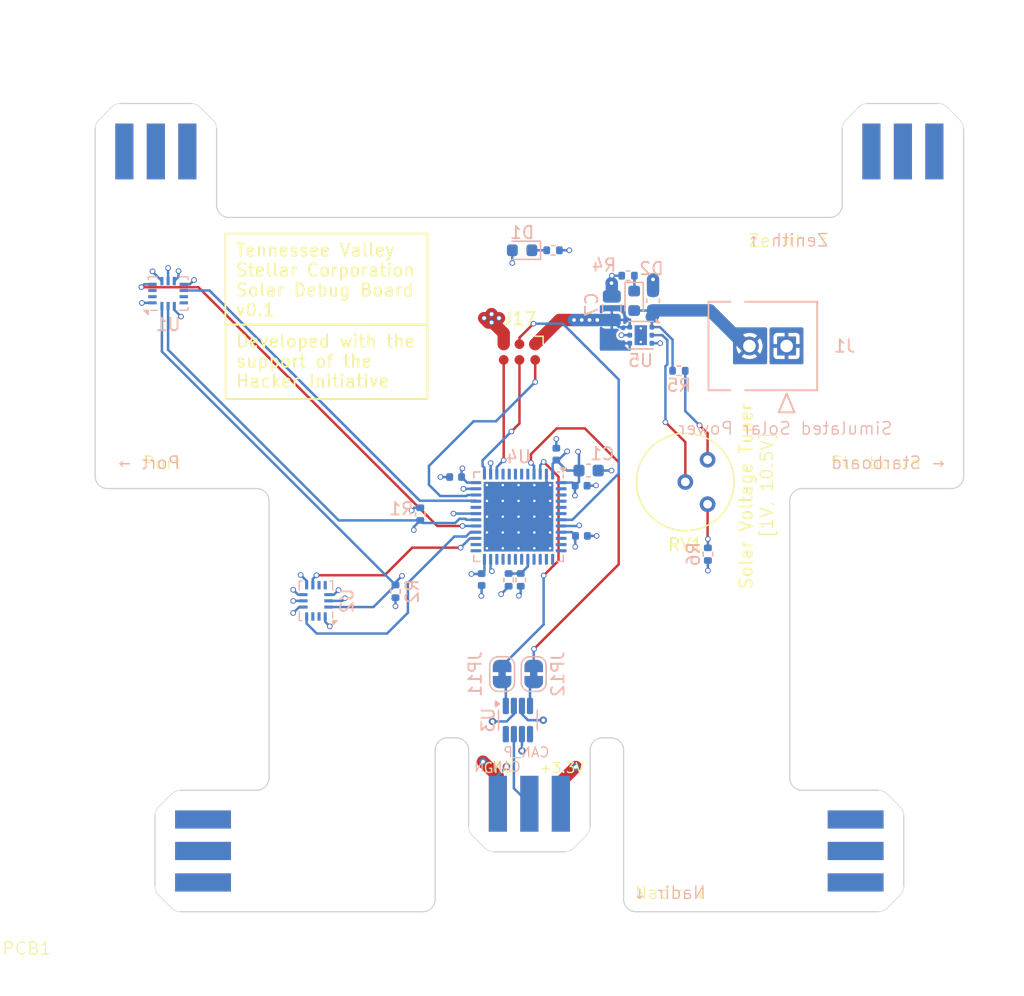
<source format=kicad_pcb>
(kicad_pcb (version 20221018) (generator pcbnew)
  (layers (0 "F.Cu" signal) (1 "In1.Cu" signal) (2 "In2.Cu" signal) (31 "B.Cu" signal) (34 "B.Paste" user) (35 "F.Paste" user) (36 "B.SilkS" user "B.Silkscreen") (37 "F.SilkS" user "F.Silkscreen") (38 "B.Mask" user) (39 "F.Mask" user) (44 "Edge.Cuts" user))
  (property "PCB_VERSION" "0.1")
  (net 0 "")
  (net 1 "GND")
  (net 2 "CAN_N")
  (net 3 "CAN_P")
  (net 4 "+3.3V")
  (net 11 "Net-(D1-K)")
  (net 12 "/MCU/DEBUG_LED_A")
  (net 13 "SWDIO")
  (net 14 "NRST")
  (net 15 "SWCLK")
  (net 16 "TRACESWO")
  (net 17 "Net-(JP11-A)")
  (net 18 "CAN1_TX")
  (net 19 "Net-(JP12-A)")
  (net 20 "CAN1_RX")
  (net 39 "I2C1_SCL")
  (net 40 "I2C1_SDA")
  (net 43 "IMU1_INT1")
  (net 44 "IMU1_INT2")
  (net 49 "IMU2_INT1")
  (net 50 "IMU2_INT2")
  (net 82 "VCC")
  (net 83 "Net-(D2-A)")
  (net 84 "Net-(D2-K)")
  (net 85 "Net-(R5-Pad2)")
  (net 86 "Net-(R6-Pad1)")
  (net 87 "Net-(U5-FB)")
  (net 88 "BOARD_ID")
  (footprint "Potentiometer_THT:Potentiometer_Bourns_3339H_Vertical" (layer "F.Cu") (at 158.165 88.893 180)
    (fp_text reference "RV1")
    (fp_text value "500k")
  )
  (footprint "Connector:Tag-Connect_TC2030-IDC-NL_2x03_P1.27mm_Vertical" (layer "F.Cu") (at 142.99 80.203 180)
    (fp_text reference "J17")
    (fp_text value "STLINK_TagConnect_6")
  )
  (footprint "footprints:Core_Board_PCB_Shape" (layer "F.Cu") (at 105.29 128.843)
    (fp_text reference "PCB1")
    (fp_text value "~")
    (fp_line (start 3.47 -66.655786) (end 3.47 -38.62) (stroke (width 0.1)) (layer "Edge.Cuts"))
    (fp_line (start 4.47 -37.62) (end 16.5 -37.62) (stroke (width 0.1)) (layer "Edge.Cuts"))
    (fp_line (start 4.807107 -68.407107) (end 3.762893 -67.362893) (stroke (width 0.05)) (layer "Edge.Cuts"))
    (fp_line (start 8.3 -11.225786) (end 8.3 -5.514214) (stroke (width 0.1)) (layer "Edge.Cuts"))
    (fp_line (start 8.592893 -4.807107) (end 9.637107 -3.762893) (stroke (width 0.05)) (layer "Edge.Cuts"))
    (fp_line (start 9.637107 -12.977107) (end 8.592893 -11.932893) (stroke (width 0.05)) (layer "Edge.Cuts"))
    (fp_line (start 10.344214 -3.47) (end 29.9 -3.47) (stroke (width 0.1)) (layer "Edge.Cuts"))
    (fp_line (start 11.225786 -68.7) (end 5.514214 -68.7) (stroke (width 0.1)) (layer "Edge.Cuts"))
    (fp_line (start 11.932893 -68.407107) (end 12.977107 -67.362893) (stroke (width 0.05)) (layer "Edge.Cuts"))
    (fp_line (start 13.27 -60.5) (end 13.27 -66.655786) (stroke (width 0.1)) (layer "Edge.Cuts"))
    (fp_line (start 16.5 -13.27) (end 10.344214 -13.27) (stroke (width 0.1)) (layer "Edge.Cuts"))
    (fp_line (start 17.5 -36.62) (end 17.5 -14.27) (stroke (width 0.1)) (layer "Edge.Cuts"))
    (fp_line (start 30.9 -4.47) (end 30.9 -16.5) (stroke (width 0.1)) (layer "Edge.Cuts"))
    (fp_line (start 31.9 -17.5) (end 32.6 -17.5) (stroke (width 0.1)) (layer "Edge.Cuts"))
    (fp_line (start 33.6 -16.5) (end 33.6 -10.344214) (stroke (width 0.1)) (layer "Edge.Cuts"))
    (fp_line (start 33.892893 -9.637107) (end 34.937107 -8.592893) (stroke (width 0.05)) (layer "Edge.Cuts"))
    (fp_line (start 35.644214 -8.3) (end 41.355786 -8.3) (stroke (width 0.1)) (layer "Edge.Cuts"))
    (fp_line (start 43.107107 -9.637107) (end 42.062893 -8.592893) (stroke (width 0.05)) (layer "Edge.Cuts"))
    (fp_line (start 43.4 -10.344214) (end 43.4 -16.5) (stroke (width 0.1)) (layer "Edge.Cuts"))
    (fp_line (start 44.4 -17.5) (end 45.1 -17.5) (stroke (width 0.1)) (layer "Edge.Cuts"))
    (fp_line (start 46.1 -16.5) (end 46.1 -4.47) (stroke (width 0.1)) (layer "Edge.Cuts"))
    (fp_line (start 47.1 -3.47) (end 66.655786 -3.47) (stroke (width 0.1)) (layer "Edge.Cuts"))
    (fp_line (start 59.5 -14.27) (end 59.5 -36.62) (stroke (width 0.1)) (layer "Edge.Cuts"))
    (fp_line (start 60.5 -37.62) (end 72.53 -37.62) (stroke (width 0.1)) (layer "Edge.Cuts"))
    (fp_line (start 62.73 -59.5) (end 14.27 -59.5) (stroke (width 0.1)) (layer "Edge.Cuts"))
    (fp_line (start 63.73 -66.655786) (end 63.73 -60.5) (stroke (width 0.1)) (layer "Edge.Cuts"))
    (fp_line (start 65.067107 -68.407107) (end 64.022893 -67.362893) (stroke (width 0.05)) (layer "Edge.Cuts"))
    (fp_line (start 66.655786 -13.27) (end 60.5 -13.27) (stroke (width 0.1)) (layer "Edge.Cuts"))
    (fp_line (start 67.362893 -12.977107) (end 68.407107 -11.932893) (stroke (width 0.05)) (layer "Edge.Cuts"))
    (fp_line (start 68.407107 -4.807107) (end 67.362893 -3.762893) (stroke (width 0.05)) (layer "Edge.Cuts"))
    (fp_line (start 68.7 -5.514214) (end 68.7 -11.225786) (stroke (width 0.1)) (layer "Edge.Cuts"))
    (fp_line (start 71.485786 -68.7) (end 65.774214 -68.7) (stroke (width 0.1)) (layer "Edge.Cuts"))
    (fp_line (start 72.192893 -68.407107) (end 73.237107 -67.362893) (stroke (width 0.05)) (layer "Edge.Cuts"))
    (fp_line (start 73.53 -38.62) (end 73.53 -66.655786) (stroke (width 0.1)) (layer "Edge.Cuts"))
    (fp_arc (start 3.47 -66.655786) (mid 3.546116 -67.038472) (end 3.762893 -67.362893) (stroke (width 0.05)) (layer "Edge.Cuts"))
    (fp_arc (start 4.47 -37.62) (mid 3.762893 -37.912893) (end 3.47 -38.62) (stroke (width 0.1)) (layer "Edge.Cuts"))
    (fp_arc (start 4.807107 -68.407107) (mid 5.131531 -68.623875) (end 5.514214 -68.7) (stroke (width 0.05)) (layer "Edge.Cuts"))
    (fp_arc (start 8.3 -11.225786) (mid 8.376116 -11.608472) (end 8.592893 -11.932893) (stroke (width 0.05)) (layer "Edge.Cuts"))
    (fp_arc (start 8.592893 -4.807107) (mid 8.376125 -5.131531) (end 8.3 -5.514214) (stroke (width 0.05)) (layer "Edge.Cuts"))
    (fp_arc (start 9.637107 -12.977107) (mid 9.961531 -13.193875) (end 10.344214 -13.27) (stroke (width 0.05)) (layer "Edge.Cuts"))
    (fp_arc (start 10.344214 -3.47) (mid 9.961528 -3.546116) (end 9.637107 -3.762893) (stroke (width 0.05)) (layer "Edge.Cuts"))
    (fp_arc (start 11.225786 -68.7) (mid 11.608472 -68.623884) (end 11.932893 -68.407107) (stroke (width 0.05)) (layer "Edge.Cuts"))
    (fp_arc (start 12.977107 -67.362893) (mid 13.193875 -67.038469) (end 13.27 -66.655786) (stroke (width 0.05)) (layer "Edge.Cuts"))
    (fp_arc (start 14.27 -59.5) (mid 13.562893 -59.792893) (end 13.27 -60.5) (stroke (width 0.1)) (layer "Edge.Cuts"))
    (fp_arc (start 16.5 -37.62) (mid 17.207107 -37.327107) (end 17.5 -36.62) (stroke (width 0.1)) (layer "Edge.Cuts"))
    (fp_arc (start 17.5 -14.27) (mid 17.207107 -13.562893) (end 16.5 -13.27) (stroke (width 0.1)) (layer "Edge.Cuts"))
    (fp_arc (start 30.9 -16.5) (mid 31.192893 -17.207107) (end 31.9 -17.5) (stroke (width 0.1)) (layer "Edge.Cuts"))
    (fp_arc (start 30.9 -4.47) (mid 30.607107 -3.762893) (end 29.9 -3.47) (stroke (width 0.1)) (layer "Edge.Cuts"))
    (fp_arc (start 32.6 -17.5) (mid 33.307107 -17.207107) (end 33.6 -16.5) (stroke (width 0.1)) (layer "Edge.Cuts"))
    (fp_arc (start 33.892893 -9.637107) (mid 33.676125 -9.961531) (end 33.6 -10.344214) (stroke (width 0.05)) (layer "Edge.Cuts"))
    (fp_arc (start 35.644214 -8.3) (mid 35.261528 -8.376116) (end 34.937107 -8.592893) (stroke (width 0.05)) (layer "Edge.Cuts"))
    (fp_arc (start 42.062893 -8.592893) (mid 41.738469 -8.376125) (end 41.355786 -8.3) (stroke (width 0.05)) (layer "Edge.Cuts"))
    (fp_arc (start 43.4 -16.5) (mid 43.692893 -17.207107) (end 44.4 -17.5) (stroke (width 0.1)) (layer "Edge.Cuts"))
    (fp_arc (start 43.4 -10.344214) (mid 43.323884 -9.961528) (end 43.107107 -9.637107) (stroke (width 0.05)) (layer "Edge.Cuts"))
    (fp_arc (start 45.1 -17.5) (mid 45.807107 -17.207107) (end 46.1 -16.5) (stroke (width 0.1)) (layer "Edge.Cuts"))
    (fp_arc (start 47.1 -3.47) (mid 46.392893 -3.762893) (end 46.1 -4.47) (stroke (width 0.1)) (layer "Edge.Cuts"))
    (fp_arc (start 59.5 -36.62) (mid 59.792893 -37.327107) (end 60.5 -37.62) (stroke (width 0.1)) (layer "Edge.Cuts"))
    (fp_arc (start 60.5 -13.27) (mid 59.792893 -13.562893) (end 59.5 -14.27) (stroke (width 0.1)) (layer "Edge.Cuts"))
    (fp_arc (start 63.73 -66.655786) (mid 63.806116 -67.038472) (end 64.022893 -67.362893) (stroke (width 0.05)) (layer "Edge.Cuts"))
    (fp_arc (start 63.73 -60.5) (mid 63.437107 -59.792893) (end 62.73 -59.5) (stroke (width 0.1)) (layer "Edge.Cuts"))
    (fp_arc (start 65.067107 -68.407107) (mid 65.391531 -68.623875) (end 65.774214 -68.7) (stroke (width 0.05)) (layer "Edge.Cuts"))
    (fp_arc (start 66.655786 -13.27) (mid 67.038472 -13.193884) (end 67.362893 -12.977107) (stroke (width 0.05)) (layer "Edge.Cuts"))
    (fp_arc (start 67.362893 -3.762893) (mid 67.038469 -3.546125) (end 66.655786 -3.47) (stroke (width 0.05)) (layer "Edge.Cuts"))
    (fp_arc (start 68.407107 -11.932893) (mid 68.623875 -11.608469) (end 68.7 -11.225786) (stroke (width 0.05)) (layer "Edge.Cuts"))
    (fp_arc (start 68.7 -5.514214) (mid 68.623884 -5.131528) (end 68.407107 -4.807107) (stroke (width 0.05)) (layer "Edge.Cuts"))
    (fp_arc (start 71.485786 -68.7) (mid 71.868472 -68.623884) (end 72.192893 -68.407107) (stroke (width 0.05)) (layer "Edge.Cuts"))
    (fp_arc (start 73.237107 -67.362893) (mid 73.453875 -67.038469) (end 73.53 -66.655786) (stroke (width 0.05)) (layer "Edge.Cuts"))
    (fp_arc (start 73.53 -38.62) (mid 73.237107 -37.912893) (end 72.53 -37.62) (stroke (width 0.1)) (layer "Edge.Cuts"))
  )
  (footprint "footprints:Nondescript_C_0603_1608Metric" (layer "B.Cu") (at 153.765 76.068 90)
    (fp_text reference "C8" hide)
    (fp_text value "10u")
  )
  (footprint "footprints:Nondescript_C_0402_1005Metric" (layer "B.Cu") (at 139.94 98.563 -90)
    (fp_text reference "C5" hide)
    (fp_text value "100n")
  )
  (footprint "footprints:Nondescript_R_0402_1005Metric" (layer "B.Cu") (at 142.115 98.593 -90)
    (fp_text reference "R8" hide)
    (fp_text value "715k")
  )
  (footprint "Capacitor_SMD:C_0805_2012Metric" (layer "B.Cu") (at 150.44 76.668 90)
    (fp_text reference "C7")
    (fp_text value "1u")
  )
  (footprint "Package_LGA:Bosch_LGA-14_3x2.5mm_P0.5mm" (layer "B.Cu") (at 114.6475 75.4855)
    (fp_text reference "U1")
    (fp_text value "BMI323")
  )
  (footprint "Resistor_SMD:R_0402_1005Metric" (layer "B.Cu") (at 158.19 96.518 -90)
    (fp_text reference "R6")
    (fp_text value "36k")
  )
  (footprint "footprints:Nondescript_C_0402_1005Metric" (layer "B.Cu") (at 137.84 90.293 180)
    (fp_text reference "C6" hide)
    (fp_text value "100n")
  )
  (footprint "LED_SMD:LED_0603_1608Metric" (layer "B.Cu") (at 152.24 76.068 -90)
    (fp_text reference "D2")
    (fp_text value "Blue LED")
  )
  (footprint "Package_SON:WSON-6-1EP_2x2mm_P0.65mm_EP1x1.6mm_ThermalVias" (layer "B.Cu") (at 152.7775 78.843 180)
    (fp_text reference "U5")
    (fp_text value "TLV76701DRVx")
  )
  (footprint "Package_TO_SOT_SMD:SOT-23-8" (layer "B.Cu") (at 142.865 109.9055 -90)
    (fp_text reference "U3")
    (fp_text value "TCAN330")
  )
  (footprint "Package_LGA:Bosch_LGA-14_3x2.5mm_P0.5mm" (layer "B.Cu") (at 126.5725 100.2855 90)
    (fp_text reference "U2")
    (fp_text value "BMI323")
  )
  (footprint "Jumper:SolderJumper-2_P1.3mm_Bridged_RoundedPad1.0x1.5mm" (layer "B.Cu") (at 141.59 106.193 90)
    (fp_text reference "JP11")
    (fp_text value "SolderJumper_2_Bridged")
  )
  (footprint "footprints:Nondescript_R_0402_1005Metric" (layer "B.Cu") (at 143.09 98.593 90)
    (fp_text reference "R7" hide)
    (fp_text value "301k")
  )
  (footprint "footprints:Nondescript_R_0402_1005Metric" (layer "B.Cu") (at 145.7 71.993)
    (fp_text reference "R3" hide)
    (fp_text value "2.21k")
  )
  (footprint "footprints:Nondescript_C_0402_1005Metric" (layer "B.Cu") (at 145.965 88.443 90)
    (fp_text reference "C2" hide)
    (fp_text value "100n")
  )
  (footprint "Jumper:SolderJumper-2_P1.3mm_Bridged_RoundedPad1.0x1.5mm" (layer "B.Cu") (at 144.14 106.193 90)
    (fp_text reference "JP12")
    (fp_text value "SolderJumper_2_Bridged")
  )
  (footprint "footprints:Nondescript_C_0402_1005Metric" (layer "B.Cu") (at 147.965 90.993)
    (fp_text reference "C3" hide)
    (fp_text value "100n")
  )
  (footprint "footprints:Nondescript_C_0402_1005Metric" (layer "B.Cu") (at 147.99 95.043)
    (fp_text reference "C4" hide)
    (fp_text value "100n")
  )
  (footprint "Resistor_SMD:R_0402_1005Metric" (layer "B.Cu") (at 132.99 99.518 90)
    (fp_text reference "R2")
    (fp_text value "1k5")
  )
  (footprint "Capacitor_SMD:C_0603_1608Metric" (layer "B.Cu") (at 148.565 89.768)
    (fp_text reference "C1")
    (fp_text value "10u")
  )
  (footprint "LED_SMD:LED_0603_1608Metric" (layer "B.Cu") (at 143.2025 71.993 180)
    (fp_text reference "D1")
    (fp_text value "Blue LED")
  )
  (footprint "footprints:QFN-48-1EP_7x7mm_P0.5mm_EP5.6x5.6mm_ThermalVias" (layer "B.Cu") (at 142.915 93.493 180)
    (fp_text reference "U4")
    (fp_text value "STM32L452CEU6")
  )
  (footprint "Resistor_SMD:R_0402_1005Metric" (layer "B.Cu") (at 151.75 74.043 180)
    (fp_text reference "R4")
    (fp_text value "68")
  )
  (footprint "Resistor_SMD:R_0402_1005Metric" (layer "B.Cu") (at 155.85 81.718)
    (fp_text reference "R5")
    (fp_text value "36k")
  )
  (footprint "Resistor_SMD:R_0402_1005Metric" (layer "B.Cu") (at 134.99 93.283 -90)
    (fp_text reference "R1")
    (fp_text value "1k5")
  )
  (footprint "footprints:Molex_430450212" (layer "B.Cu") (at 164.54 79.718 -90)
    (fp_text reference "J1")
    (fp_text value "Molex_430450212")
  )
  (gr_text "CAN_P" (at 143.54 112.968) (layer "B.SilkS") (effects (font (size 0.8 0.8) (thickness 0.1)) (justify bottom mirror)))
  (gr_text "CAN_N" (at 141.215 114.143) (layer "B.SilkS") (effects (font (size 0.8 0.8) (thickness 0.1)) (justify bottom mirror)))
  (gr_text "+3.3V" (at 146.39 114.243) (layer "F.SilkS") (effects (font (size 0.8 0.8) (thickness 0.1)) (justify bottom)))
  (gr_text "GND" (at 141.315 114.243) (layer "F.SilkS") (effects (font (size 0.8 0.8) (thickness 0.1)) (justify bottom)))
  (gr_text_box "Tennessee Valley Stellar Corporation\nSolar Debug Board v${PCB_VERSION}\n" (start 119.264041 70.643959) (end 135.56596 77.993) (layer "F.SilkS") (effects (font (size 1 1)) (justify left top)) (stroke (width 0.15)))
  (gr_text_box "Developed with the support of the Hacker Initiative" (start 119.29 77.993) (end 135.565 83.993) (layer "F.SilkS") (effects (font (size 1 1)) (justify left top)) (stroke (width 0.15)))
  (segment (start 140.847777 77.818) (end 140.74 77.818) (width 1) (layer "F.Cu") (net 1))
  (segment (start 140.49 77.818) (end 140.14 77.468) (width 1) (layer "F.Cu") (net 1))
  (segment (start 141.25 116.663) (end 141.25 114.463) (width 1) (layer "F.Cu") (net 1))
  (segment (start 140.74 77.818) (end 140.99 77.818) (width 1) (layer "F.Cu") (net 1))
  (segment (start 140.99 77.818) (end 141.34 77.468) (width 1) (layer "F.Cu") (net 1))
  (segment (start 141.72 79.568) (end 141.72 78.690223) (width 1) (layer "F.Cu") (net 1))
  (segment (start 141.72 78.690223) (end 140.847777 77.818) (width 1) (layer "F.Cu") (net 1))
  (segment (start 140.74 77.818) (end 140.49 77.818) (width 1) (layer "F.Cu") (net 1))
  (segment (start 140.74 77.818) (end 140.74 77.143) (width 1) (layer "F.Cu") (net 1))
  (segment (start 141.25 114.463) (end 140.05 113.263) (width 1) (layer "F.Cu") (net 1))
  (via (at 149.165 90.968) (size 0.45) (drill 0.3) (layers "F.Cu" "B.Cu") (net 1))
  (via (at 140.74 77.143) (size 0.45) (drill 0.3) (layers "F.Cu" "B.Cu") (net 1))
  (via (at 114.6475 73.418) (size 0.45) (drill 0.3) (layers "F.Cu" "B.Cu") (net 1))
  (via (at 136.615 90.293) (size 0.45) (drill 0.3) (layers "F.Cu" "B.Cu") (net 1))
  (via (at 140.815 110.018) (size 0.6) (drill 0.3) (layers "F.Cu" "B.Cu") (net 1))
  (via (at 154.34 79.493) (size 0.45) (drill 0.3) (layers "F.Cu" "B.Cu") (net 1))
  (via (at 150.415 74.643) (size 0.45) (drill 0.3) (layers "F.Cu" "B.Cu") (net 1))
  (via (at 124.74 99.393) (size 0.45) (drill 0.3) (layers "F.Cu" "B.Cu") (net 1))
  (via (at 140.14 77.468) (size 0.45) (drill 0.3) (layers "F.Cu" "B.Cu") (net 1))
  (via (at 141.515 99.743) (size 0.45) (drill 0.3) (layers "F.Cu" "B.Cu") (net 1))
  (via (at 150.415 89.768) (size 0.45) (drill 0.3) (layers "F.Cu" "B.Cu") (net 1))
  (via (at 139.915 99.893) (size 0.45) (drill 0.3) (layers "F.Cu" "B.Cu") (net 1))
  (via (at 149.215 95.043) (size 0.45) (drill 0.3) (layers "F.Cu" "B.Cu") (net 1))
  (via (at 147.815 94.193) (size 0.45) (drill 0.3) (layers "F.Cu" "B.Cu") (net 1))
  (via (at 151.215 78.843) (size 0.45) (drill 0.3) (layers "F.Cu" "B.Cu") (net 1))
  (via (at 145.965 87.218) (size 0.45) (drill 0.3) (layers "F.Cu" "B.Cu") (net 1))
  (via (at 140.74 77.818) (size 0.45) (drill 0.3) (layers "F.Cu" "B.Cu") (net 1))
  (via (at 147.015 71.993) (size 0.45) (drill 0.3) (layers "F.Cu" "B.Cu") (net 1))
  (via (at 141.34 77.468) (size 0.45) (drill 0.3) (layers "F.Cu" "B.Cu") (net 1))
  (via (at 153.765 74.343) (size 0.45) (drill 0.3) (layers "F.Cu" "B.Cu") (net 1))
  (via (at 138.465 91.243) (size 0.45) (drill 0.3) (layers "F.Cu" "B.Cu") (net 1))
  (via (at 140.765 97.893) (size 0.45) (drill 0.3) (layers "F.Cu" "B.Cu") (net 1))
  (via (at 115.49 73.668) (size 0.45) (drill 0.3) (layers "F.Cu" "B.Cu") (net 1))
  (via (at 124.74 100.293) (size 0.45) (drill 0.3) (layers "F.Cu" "B.Cu") (net 1))
  (via (at 158.19 97.843) (size 0.45) (drill 0.3) (layers "F.Cu" "B.Cu") (net 1))
  (via (at 140.05 113.263) (size 0.6) (drill 0.3) (layers "F.Cu" "B.Cu") (net 1))
  (via (at 112.54 76.243) (size 0.45) (drill 0.3) (layers "F.Cu" "B.Cu") (net 1))
  (via (at 150.44 74.043) (size 0.45) (drill 0.3) (layers "F.Cu" "B.Cu") (net 1))
  (segment (start 150.44 74.668) (end 150.415 74.643) (width 1) (layer "B.Cu") (net 1))
  (segment (start 153.665 79.493) (end 154.34 79.493) (width 0.2) (layer "B.Cu") (net 1))
  (segment (start 124.7475 100.2855) (end 124.74 100.293) (width 0.2) (layer "B.Cu") (net 1))
  (segment (start 148.47 95.043) (end 149.215 95.043) (width 0.2) (layer "B.Cu") (net 1))
  (segment (start 115.49 73.668) (end 115.49 74.1305) (width 0.2) (layer "B.Cu") (net 1))
  (segment (start 151.89 78.843) (end 151.215 78.843) (width 0.2) (layer "B.Cu") (net 1))
  (segment (start 139.4775 91.243) (end 138.465 91.243) (width 0.2) (layer "B.Cu") (net 1))
  (segment (start 115.49 74.1305) (end 115.1475 74.473) (width 0.2) (layer "B.Cu") (net 1))
  (segment (start 113.385 76.2355) (end 112.5475 76.2355) (width 0.2) (layer "B.Cu") (net 1))
  (segment (start 158.19 97.843) (end 158.19 97.028) (width 0.2) (layer "B.Cu") (net 1))
  (segment (start 112.5475 76.2355) (end 112.54 76.243) (width 0.2) (layer "B.Cu") (net 1))
  (segment (start 142.115 99.103) (end 142.115 99.143) (width 0.2) (layer "B.Cu") (net 1))
  (segment (start 139.94 99.868) (end 139.915 99.893) (width 0.2) (layer "B.Cu") (net 1))
  (segment (start 141.952499 110.018) (end 140.815 110.018) (width 0.2) (layer "B.Cu") (net 1))
  (segment (start 147.765 94.243) (end 147.815 94.193) (width 0.2) (layer "B.Cu") (net 1))
  (segment (start 142.54 108.768) (end 142.54 109.430499) (width 0.2) (layer "B.Cu") (net 1))
  (segment (start 140.665 96.9305) (end 140.665 97.793) (width 0.2) (layer "B.Cu") (net 1))
  (segment (start 146.3525 94.243) (end 147.765 94.243) (width 0.2) (layer "B.Cu") (net 1))
  (segment (start 139.94 99.043) (end 139.94 99.868) (width 0.2) (layer "B.Cu") (net 1))
  (segment (start 149.14 90.993) (end 149.165 90.968) (width 0.2) (layer "B.Cu") (net 1))
  (segment (start 125.56 100.2855) (end 124.7475 100.2855) (width 0.2) (layer "B.Cu") (net 1))
  (segment (start 149.34 89.768) (end 150.415 89.768) (width 0.2) (layer "B.Cu") (net 1))
  (segment (start 146.21 71.993) (end 147.015 71.993) (width 0.2) (layer "B.Cu") (net 1))
  (segment (start 145.165 90.0555) (end 145.165 90.643) (width 0.2) (layer "B.Cu") (net 1))
  (segment (start 142.54 109.430499) (end 141.952499 110.018) (width 0.2) (layer "B.Cu") (net 1))
  (segment (start 148.445 90.993) (end 149.14 90.993) (width 0.2) (layer "B.Cu") (net 1))
  (segment (start 125.1325 99.7855) (end 124.74 99.393) (width 0.2) (layer "B.Cu") (net 1))
  (segment (start 153.765 75.293) (end 153.765 74.343) (width 1) (layer "B.Cu") (net 1))
  (segment (start 114.6475 73.418) (end 114.6475 74.473) (width 0.2) (layer "B.Cu") (net 1))
  (segment (start 145.965 87.963) (end 145.965 87.218) (width 0.2) (layer "B.Cu") (net 1))
  (segment (start 145.165 90.643) (end 145.465 90.943) (width 0.2) (layer "B.Cu") (net 1))
  (segment (start 142.115 99.143) (end 141.515 99.743) (width 0.2) (layer "B.Cu") (net 1))
  (segment (start 125.56 99.7855) (end 125.1325 99.7855) (width 0.2) (layer "B.Cu") (net 1))
  (segment (start 140.665 97.793) (end 140.765 97.893) (width 0.2) (layer "B.Cu") (net 1))
  (segment (start 151.24 74.043) (end 150.44 74.043) (width 0.2) (layer "B.Cu") (net 1))
  (segment (start 150.44 75.718) (end 150.44 74.668) (width 1) (layer "B.Cu") (net 1))
  (segment (start 136.615 90.293) (end 137.36 90.293) (width 0.2) (layer "B.Cu") (net 1))
  (via (at 141.94 113.668) (size 0.6) (drill 0.3) (layers "F.Cu" "B.Cu") (net 2))
  (via (at 143.19 112.393) (size 0.6) (drill 0.3) (layers "F.Cu" "B.Cu") (net 2))
  (segment (start 141.25 114.358) (end 141.25 116.663) (width 0.2) (layer "B.Cu") (net 2))
  (segment (start 141.94 113.668) (end 141.25 114.358) (width 0.2) (layer "B.Cu") (net 2))
  (segment (start 143.19 112.393) (end 143.19 111.043) (width 0.2) (layer "B.Cu") (net 2))
  (segment (start 143.79 116.663) (end 142.54 115.413) (width 0.2) (layer "B.Cu") (net 3))
  (segment (start 142.54 115.413) (end 142.54 111.043) (width 0.2) (layer "B.Cu") (net 3))
  (segment (start 146.33 114.893) (end 146.33 116.663) (width 1) (layer "F.Cu") (net 4))
  (segment (start 147.53 113.693) (end 146.33 114.893) (width 1) (layer "F.Cu") (net 4))
  (via (at 147.53 113.693) (size 0.6) (drill 0.3) (layers "F.Cu" "B.Cu") (net 4))
  (via (at 147.49 95.918) (size 0.45) (drill 0.3) (layers "F.Cu" "B.Cu") (net 4))
  (via (at 113.39 73.693) (size 0.45) (drill 0.3) (layers "F.Cu" "B.Cu") (net 4))
  (via (at 125.34 98.193) (size 0.45) (drill 0.3) (layers "F.Cu" "B.Cu") (net 4))
  (via (at 138.39 89.593) (size 0.45) (drill 0.3) (layers "F.Cu" "B.Cu") (net 4))
  (via (at 147.465 91.793) (size 0.45) (drill 0.3) (layers "F.Cu" "B.Cu") (net 4))
  (via (at 115.69 77.343) (size 0.45) (drill 0.3) (layers "F.Cu" "B.Cu") (net 4))
  (via (at 144.915 109.918) (size 0.6) (drill 0.3) (layers "F.Cu" "B.Cu") (net 4))
  (via (at 127.69 102.343) (size 0.45) (drill 0.3) (layers "F.Cu" "B.Cu") (net 4))
  (via (at 146.84 88.218) (size 0.45) (drill 0.3) (layers "F.Cu" "B.Cu") (net 4))
  (via (at 132.99 100.718) (size 0.45) (drill 0.3) (layers "F.Cu" "B.Cu") (net 4))
  (via (at 139.115 98.118) (size 0.45) (drill 0.3) (layers "F.Cu" "B.Cu") (net 4))
  (via (at 124.74 101.268) (size 0.45) (drill 0.3) (layers "F.Cu" "B.Cu") (net 4))
  (via (at 142.94 99.868) (size 0.45) (drill 0.3) (layers "F.Cu" "B.Cu") (net 4))
  (via (at 134.29 92.993) (size 0.45) (drill 0.3) (layers "F.Cu" "B.Cu") (net 4))
  (via (at 128.39 99.418) (size 0.45) (drill 0.3) (layers "F.Cu" "B.Cu") (net 4))
  (via (at 147.715 88.243) (size 0.45) (drill 0.3) (layers "F.Cu" "B.Cu") (net 4))
  (via (at 116.74 74.393) (size 0.45) (drill 0.3) (layers "F.Cu" "B.Cu") (net 4))
  (segment (start 147.79 88.318) (end 147.715 88.243) (width 0.2) (layer "B.Cu") (net 4))
  (segment (start 138.32 89.663) (end 138.32 90.293) (width 0.2) (layer "B.Cu") (net 4))
  (segment (start 132.99 100.028) (end 132.99 100.718) (width 0.2) (layer "B.Cu") (net 4))
  (segment (start 147.79 90.688) (end 147.485 90.993) (width 0.2) (layer "B.Cu") (net 4))
  (segment (start 134.99 92.773) (end 134.51 92.773) (width 0.2) (layer "B.Cu") (net 4))
  (segment (start 145.665 90.0555) (end 145.665 89.223) (width 0.2) (layer "B.Cu") (net 4))
  (segment (start 147.79 89.768) (end 147.79 90.688) (width 0.2) (layer "B.Cu") (net 4))
  (segment (start 146.3525 94.743) (end 147.21 94.743) (width 0.2) (layer "B.Cu") (net 4))
  (segment (start 143.19 108.768) (end 143.19 109.430499) (width 0.2) (layer "B.Cu") (net 4))
  (segment (start 128.0225 99.7855) (end 128.39 99.418) (width 0.2) (layer "B.Cu") (net 4))
  (segment (start 127.585 99.7855) (end 128.0225 99.7855) (width 0.2) (layer "B.Cu") (net 4))
  (segment (start 143.677501 109.918) (end 144.915 109.918) (width 0.2) (layer "B.Cu") (net 4))
  (segment (start 125.56 100.7855) (end 125.2225 100.7855) (width 0.2) (layer "B.Cu") (net 4))
  (segment (start 139.115 98.118) (end 139.905 98.118) (width 0.2) (layer "B.Cu") (net 4))
  (segment (start 134.51 92.773) (end 134.29 92.993) (width 0.2) (layer "B.Cu") (net 4))
  (segment (start 146.3525 90.743) (end 147.235 90.743) (width 0.2) (layer "B.Cu") (net 4))
  (segment (start 140.165 97.858) (end 139.94 98.083) (width 0.2) (layer "B.Cu") (net 4))
  (segment (start 115.91 74.7355) (end 116.3975 74.7355) (width 0.2) (layer "B.Cu") (net 4))
  (segment (start 138.77 90.743) (end 138.32 90.293) (width 0.2) (layer "B.Cu") (net 4))
  (segment (start 147.465 91.793) (end 147.465 91.013) (width 0.2) (layer "B.Cu") (net 4))
  (segment (start 116.3975 74.7355) (end 116.74 74.393) (width 0.2) (layer "B.Cu") (net 4))
  (segment (start 127.3225 101.9755) (end 127.69 102.343) (width 0.2) (layer "B.Cu") (net 4))
  (segment (start 146.135 88.923) (end 146.84 88.218) (width 0.2) (layer "B.Cu") (net 4))
  (segment (start 147.235 90.743) (end 147.485 90.993) (width 0.2) (layer "B.Cu") (net 4))
  (segment (start 143.09 99.103) (end 143.09 99.718) (width 0.2) (layer "B.Cu") (net 4))
  (segment (start 143.09 99.718) (end 142.94 99.868) (width 0.2) (layer "B.Cu") (net 4))
  (segment (start 125.8225 99.023) (end 125.8225 98.6755) (width 0.2) (layer "B.Cu") (net 4))
  (segment (start 139.4775 90.743) (end 138.77 90.743) (width 0.2) (layer "B.Cu") (net 4))
  (segment (start 147.21 94.743) (end 147.51 95.043) (width 0.2) (layer "B.Cu") (net 4))
  (segment (start 113.39 73.7155) (end 114.1475 74.473) (width 0.2) (layer "B.Cu") (net 4))
  (segment (start 113.39 73.693) (end 113.39 73.7155) (width 0.2) (layer "B.Cu") (net 4))
  (segment (start 138.39 89.593) (end 138.32 89.663) (width 0.2) (layer "B.Cu") (net 4))
  (segment (start 140.165 96.9305) (end 140.165 97.858) (width 0.2) (layer "B.Cu") (net 4))
  (segment (start 147.79 89.768) (end 147.79 88.318) (width 0.2) (layer "B.Cu") (net 4))
  (segment (start 127.3225 101.548) (end 127.3225 101.9755) (width 0.2) (layer "B.Cu") (net 4))
  (segment (start 147.79 89.768) (end 146.81 89.768) (width 0.2) (layer "B.Cu") (net 4))
  (segment (start 115.1475 76.8005) (end 115.69 77.343) (width 0.2) (layer "B.Cu") (net 4))
  (segment (start 147.49 95.918) (end 147.49 95.063) (width 0.2) (layer "B.Cu") (net 4))
  (segment (start 125.2225 100.7855) (end 124.74 101.268) (width 0.2) (layer "B.Cu") (net 4))
  (segment (start 143.19 109.430499) (end 143.677501 109.918) (width 0.2) (layer "B.Cu") (net 4))
  (segment (start 146.81 89.768) (end 145.965 88.923) (width 0.2) (layer "B.Cu") (net 4))
  (segment (start 115.1475 76.498) (end 115.1475 76.8005) (width 0.2) (layer "B.Cu") (net 4))
  (segment (start 125.8225 98.6755) (end 125.34 98.193) (width 0.2) (layer "B.Cu") (net 4))
  (segment (start 145.665 89.223) (end 145.965 88.923) (width 0.2) (layer "B.Cu") (net 4))
  (segment (start 143.99 71.993) (end 145.19 71.993) (width 0.2) (layer "B.Cu") (net 11))
  (via (at 140.665 89.168) (size 0.45) (drill 0.3) (layers "F.Cu" "B.Cu") (net 12))
  (via (at 142.415 73.018) (size 0.45) (drill 0.3) (layers "F.Cu" "B.Cu") (net 12))
  (segment (start 142.415 71.993) (end 142.415 73.018) (width 0.2) (layer "B.Cu") (net 12))
  (segment (start 140.665 90.0555) (end 140.665 89.168) (width 0.2) (layer "B.Cu") (net 12))
  (segment (start 144.26 82.618) (end 144.26 80.838) (width 0.2) (layer "F.Cu") (net 13))
  (via (at 144.26 82.618) (size 0.45) (drill 0.3) (layers "F.Cu" "B.Cu") (net 13))
  (segment (start 144.26 82.623) (end 141.09 85.793) (width 0.2) (layer "B.Cu") (net 13))
  (segment (start 135.69 89.393) (end 135.69 90.918) (width 0.2) (layer "B.Cu") (net 13))
  (segment (start 138.71 91.823) (end 138.79 91.743) (width 0.2) (layer "B.Cu") (net 13))
  (segment (start 144.26 82.618) (end 144.26 82.623) (width 0.2) (layer "B.Cu") (net 13))
  (segment (start 139.29 85.793) (end 135.69 89.393) (width 0.2) (layer "B.Cu") (net 13))
  (segment (start 135.69 90.918) (end 136.595 91.823) (width 0.2) (layer "B.Cu") (net 13))
  (segment (start 138.79 91.743) (end 139.4775 91.743) (width 0.2) (layer "B.Cu") (net 13))
  (segment (start 141.09 85.793) (end 139.29 85.793) (width 0.2) (layer "B.Cu") (net 13))
  (segment (start 136.595 91.823) (end 138.71 91.823) (width 0.2) (layer "B.Cu") (net 13))
  (segment (start 144.115 77.918) (end 142.99 79.043) (width 0.2) (layer "F.Cu") (net 14))
  (segment (start 142.99 79.043) (end 142.99 79.568) (width 0.2) (layer "F.Cu") (net 14))
  (via (at 144.115 77.918) (size 0.45) (drill 0.3) (layers "F.Cu" "B.Cu") (net 14))
  (segment (start 150.995 90.008244) (end 147.260244 93.743) (width 0.2) (layer "B.Cu") (net 14))
  (segment (start 150.995 82.423) (end 150.995 90.008244) (width 0.2) (layer "B.Cu") (net 14))
  (segment (start 147.260244 93.743) (end 146.3525 93.743) (width 0.2) (layer "B.Cu") (net 14))
  (segment (start 144.115 77.918) (end 146.49 77.918) (width 0.2) (layer "B.Cu") (net 14))
  (segment (start 146.49 77.918) (end 150.995 82.423) (width 0.2) (layer "B.Cu") (net 14))
  (segment (start 142.99 85.968) (end 142.99 80.838) (width 0.2) (layer "F.Cu") (net 15))
  (segment (start 142.34 86.618) (end 142.99 85.968) (width 0.2) (layer "F.Cu") (net 15))
  (via (at 142.34 86.618) (size 0.45) (drill 0.3) (layers "F.Cu" "B.Cu") (net 15))
  (segment (start 142.34 86.618) (end 140.015 88.943) (width 0.2) (layer "B.Cu") (net 15))
  (segment (start 140.165 89.543) (end 140.165 90.0555) (width 0.2) (layer "B.Cu") (net 15))
  (segment (start 140.015 88.943) (end 140.015 89.393) (width 0.2) (layer "B.Cu") (net 15))
  (segment (start 140.015 89.393) (end 140.165 89.543) (width 0.2) (layer "B.Cu") (net 15))
  (segment (start 141.72 88.938) (end 141.72 80.838) (width 0.2) (layer "F.Cu") (net 16))
  (segment (start 141.715 88.943) (end 141.72 88.938) (width 0.2) (layer "F.Cu") (net 16))
  (via (at 141.715 88.943) (size 0.45) (drill 0.3) (layers "F.Cu" "B.Cu") (net 16))
  (segment (start 141.710244 88.943) (end 141.165 89.488244) (width 0.2) (layer "B.Cu") (net 16))
  (segment (start 141.165 89.488244) (end 141.165 90.0555) (width 0.2) (layer "B.Cu") (net 16))
  (segment (start 141.715 88.943) (end 141.710244 88.943) (width 0.2) (layer "B.Cu") (net 16))
  (segment (start 141.89 108.768) (end 141.89 107.143) (width 0.2) (layer "B.Cu") (net 17))
  (segment (start 146.14 97.043) (end 144.94 98.243) (width 0.2) (layer "F.Cu") (net 18))
  (segment (start 146.14 90.268) (end 146.14 97.043) (width 0.2) (layer "F.Cu") (net 18))
  (segment (start 144.94 89.068) (end 146.14 90.268) (width 0.2) (layer "F.Cu") (net 18))
  (via (at 144.94 98.243) (size 0.45) (drill 0.3) (layers "F.Cu" "B.Cu") (net 18))
  (via (at 144.94 89.068) (size 0.45) (drill 0.3) (layers "F.Cu" "B.Cu") (net 18))
  (segment (start 144.94 98.243) (end 144.94 102.193) (width 0.2) (layer "B.Cu") (net 18))
  (segment (start 144.94 89.068) (end 144.665 89.343) (width 0.2) (layer "B.Cu") (net 18))
  (segment (start 144.94 102.193) (end 141.59 105.543) (width 0.2) (layer "B.Cu") (net 18))
  (segment (start 144.665 89.343) (end 144.665 90.0555) (width 0.2) (layer "B.Cu") (net 18))
  (segment (start 143.84 108.768) (end 143.84 107.143) (width 0.2) (layer "B.Cu") (net 19))
  (segment (start 145.994756 86.368) (end 148.265 86.368) (width 0.2) (layer "F.Cu") (net 20))
  (segment (start 150.995 89.098) (end 150.995 97.338) (width 0.2) (layer "F.Cu") (net 20))
  (segment (start 143.915 89.143) (end 143.915 88.447756) (width 0.2) (layer "F.Cu") (net 20))
  (segment (start 148.265 86.368) (end 150.995 89.098) (width 0.2) (layer "F.Cu") (net 20))
  (segment (start 150.995 97.338) (end 144.165 104.168) (width 0.2) (layer "F.Cu") (net 20))
  (segment (start 143.915 88.447756) (end 145.994756 86.368) (width 0.2) (layer "F.Cu") (net 20))
  (via (at 144.165 104.168) (size 0.45) (drill 0.3) (layers "F.Cu" "B.Cu") (net 20))
  (via (at 143.915 89.143) (size 0.45) (drill 0.3) (layers "F.Cu" "B.Cu") (net 20))
  (segment (start 144.165 90.0555) (end 144.165 89.393) (width 0.2) (layer "B.Cu") (net 20))
  (segment (start 144.14 104.193) (end 144.165 104.168) (width 0.2) (layer "B.Cu") (net 20))
  (segment (start 144.14 105.543) (end 144.14 104.193) (width 0.2) (layer "B.Cu") (net 20))
  (segment (start 144.165 89.393) (end 143.915 89.143) (width 0.2) (layer "B.Cu") (net 20))
  (via (at 128.915 100.068) (size 0.45) (drill 0.3) (layers "F.Cu" "B.Cu") (net 39))
  (via (at 134.465 94.568) (size 0.45) (drill 0.3) (layers "F.Cu" "B.Cu") (net 39))
  (segment (start 128.915 100.068) (end 128.6975 100.2855) (width 0.2) (layer "B.Cu") (net 39))
  (segment (start 135.199756 94.002756) (end 134.99 93.793) (width 0.2) (layer "B.Cu") (net 39))
  (segment (start 128.415 93.793) (end 114.6475 80.0255) (width 0.2) (layer "B.Cu") (net 39))
  (segment (start 134.465 94.318) (end 134.99 93.793) (width 0.2) (layer "B.Cu") (net 39))
  (segment (start 128.6975 100.2855) (end 127.585 100.2855) (width 0.2) (layer "B.Cu") (net 39))
  (segment (start 134.465 94.568) (end 134.465 94.318) (width 0.2) (layer "B.Cu") (net 39))
  (segment (start 137.81 94.002756) (end 135.199756 94.002756) (width 0.2) (layer "B.Cu") (net 39))
  (segment (start 138.710244 93.743) (end 138.630244 93.663) (width 0.2) (layer "B.Cu") (net 39))
  (segment (start 134.99 93.793) (end 128.415 93.793) (width 0.2) (layer "B.Cu") (net 39))
  (segment (start 139.4775 93.743) (end 138.710244 93.743) (width 0.2) (layer "B.Cu") (net 39))
  (segment (start 114.6475 80.0255) (end 114.6475 76.498) (width 0.2) (layer "B.Cu") (net 39))
  (segment (start 138.630244 93.663) (end 138.149756 93.663) (width 0.2) (layer "B.Cu") (net 39))
  (segment (start 138.149756 93.663) (end 137.81 94.002756) (width 0.2) (layer "B.Cu") (net 39))
  (via (at 137.665 93.243) (size 0.45) (drill 0.3) (layers "F.Cu" "B.Cu") (net 40))
  (via (at 133.515 98.268) (size 0.45) (drill 0.3) (layers "F.Cu" "B.Cu") (net 40))
  (segment (start 139.4775 93.243) (end 137.665 93.243) (width 0.2) (layer "B.Cu") (net 40))
  (segment (start 132.99 98.793) (end 133.515 98.268) (width 0.2) (layer "B.Cu") (net 40))
  (segment (start 132.99 99.008) (end 131.2125 100.7855) (width 0.2) (layer "B.Cu") (net 40))
  (segment (start 132.99 99.008) (end 114.1475 80.1655) (width 0.2) (layer "B.Cu") (net 40))
  (segment (start 114.1475 80.1655) (end 114.1475 76.498) (width 0.2) (layer "B.Cu") (net 40))
  (segment (start 132.99 99.008) (end 132.99 98.793) (width 0.2) (layer "B.Cu") (net 40))
  (segment (start 131.2125 100.7855) (end 127.585 100.7855) (width 0.2) (layer "B.Cu") (net 40))
  (segment (start 112.495 74.973) (end 112.49 74.968) (width 0.2) (layer "F.Cu") (net 43))
  (segment (start 117.090244 74.973) (end 112.495 74.973) (width 0.2) (layer "F.Cu") (net 43))
  (segment (start 138.39 94.243) (end 136.360244 94.243) (width 0.2) (layer "F.Cu") (net 43))
  (segment (start 136.360244 94.243) (end 117.090244 74.973) (width 0.2) (layer "F.Cu") (net 43))
  (via (at 138.39 94.243) (size 0.45) (drill 0.3) (layers "F.Cu" "B.Cu") (net 43))
  (via (at 112.49 74.968) (size 0.45) (drill 0.3) (layers "F.Cu" "B.Cu") (net 43))
  (segment (start 113.385 74.7355) (end 112.7225 74.7355) (width 0.2) (layer "B.Cu") (net 43))
  (segment (start 138.39 94.243) (end 139.4775 94.243) (width 0.2) (layer "B.Cu") (net 43))
  (segment (start 112.7225 74.7355) (end 112.49 74.968) (width 0.2) (layer "B.Cu") (net 43))
  (segment (start 134.95 92.203) (end 139.4375 92.203) (width 0.2) (layer "B.Cu") (net 44))
  (segment (start 117.9825 75.2355) (end 134.95 92.203) (width 0.2) (layer "B.Cu") (net 44))
  (segment (start 139.4375 92.203) (end 139.4775 92.243) (width 0.2) (layer "B.Cu") (net 44))
  (segment (start 115.91 75.2355) (end 117.9825 75.2355) (width 0.2) (layer "B.Cu") (net 44))
  (segment (start 125.8225 101.548) (end 125.8225 102.1105) (width 0.2) (layer "B.Cu") (net 49))
  (segment (start 132.31 102.923) (end 133.99 101.243) (width 0.2) (layer "B.Cu") (net 49))
  (segment (start 133.99 98.843) (end 137.74 95.093) (width 0.2) (layer "B.Cu") (net 49))
  (segment (start 126.635 102.923) (end 132.31 102.923) (width 0.2) (layer "B.Cu") (net 49))
  (segment (start 137.74 95.093) (end 138.675614 95.093) (width 0.2) (layer "B.Cu") (net 49))
  (segment (start 125.8225 102.1105) (end 126.635 102.923) (width 0.2) (layer "B.Cu") (net 49))
  (segment (start 133.99 101.243) (end 133.99 98.843) (width 0.2) (layer "B.Cu") (net 49))
  (segment (start 138.675614 95.093) (end 139.025614 94.743) (width 0.2) (layer "B.Cu") (net 49))
  (segment (start 139.025614 94.743) (end 139.4775 94.743) (width 0.2) (layer "B.Cu") (net 49))
  (segment (start 138.24 95.993) (end 134.34 95.993) (width 0.2) (layer "F.Cu") (net 50))
  (segment (start 132.115 98.218) (end 126.615 98.218) (width 0.2) (layer "F.Cu") (net 50))
  (segment (start 134.34 95.993) (end 132.115 98.218) (width 0.2) (layer "F.Cu") (net 50))
  (via (at 126.615 98.218) (size 0.45) (drill 0.3) (layers "F.Cu" "B.Cu") (net 50))
  (via (at 138.24 95.993) (size 0.45) (drill 0.3) (layers "F.Cu" "B.Cu") (net 50))
  (segment (start 126.3225 98.5105) (end 126.615 98.218) (width 0.2) (layer "B.Cu") (net 50))
  (segment (start 138.99 95.243) (end 139.4775 95.243) (width 0.2) (layer "B.Cu") (net 50))
  (segment (start 138.24 95.993) (end 138.99 95.243) (width 0.2) (layer "B.Cu") (net 50))
  (segment (start 126.3225 99.023) (end 126.3225 98.5105) (width 0.2) (layer "B.Cu") (net 50))
  (segment (start 149.265 77.618) (end 146.21 77.618) (width 1) (layer "F.Cu") (net 82))
  (segment (start 146.21 77.618) (end 144.26 79.568) (width 1) (layer "F.Cu") (net 82))
  (via (at 148.014994 77.618) (size 0.45) (drill 0.3) (layers "F.Cu" "B.Cu") (net 82))
  (via (at 148.639997 77.618) (size 0.45) (drill 0.3) (layers "F.Cu" "B.Cu") (net 82))
  (via (at 149.265 77.618) (size 0.45) (drill 0.3) (layers "F.Cu" "B.Cu") (net 82))
  (via (at 147.389991 77.618) (size 0.45) (drill 0.3) (layers "F.Cu" "B.Cu") (net 82))
  (segment (start 151.89 78.193) (end 151.015 78.193) (width 0.2) (layer "B.Cu") (net 82))
  (segment (start 151.89 79.493) (end 151.044756 79.493) (width 0.2) (layer "B.Cu") (net 82))
  (segment (start 147.389991 77.618) (end 150.44 77.618) (width 1) (layer "B.Cu") (net 82))
  (segment (start 151.044756 79.493) (end 150.44 78.888244) (width 0.2) (layer "B.Cu") (net 82))
  (segment (start 151.015 78.193) (end 150.44 77.618) (width 0.2) (layer "B.Cu") (net 82))
  (segment (start 150.44 78.888244) (end 150.44 77.618) (width 0.2) (layer "B.Cu") (net 82))
  (segment (start 153.765 77.293) (end 153.715 77.343) (width 1) (layer "B.Cu") (net 83))
  (segment (start 155.34 79.210308) (end 154.322692 78.193) (width 0.2) (layer "B.Cu") (net 83))
  (segment (start 153.7525 76.8555) (end 153.765 76.843) (width 0.2) (layer "B.Cu") (net 83))
  (segment (start 153.665 78.193) (end 153.665 76.943) (width 0.2) (layer "B.Cu") (net 83))
  (segment (start 153.715 77.343) (end 153.665 77.343) (width 1) (layer "B.Cu") (net 83))
  (segment (start 154.322692 78.193) (end 153.665 78.193) (width 0.2) (layer "B.Cu") (net 83))
  (segment (start 161.540001 79.718) (end 161.224998 79.718) (width 1) (layer "B.Cu") (net 83))
  (segment (start 158.349998 76.843) (end 153.765 76.843) (width 1) (layer "B.Cu") (net 83))
  (segment (start 152.24 76.8555) (end 153.7525 76.8555) (width 0.2) (layer "B.Cu") (net 83))
  (segment (start 161.224998 79.718) (end 158.349998 76.843) (width 1) (layer "B.Cu") (net 83))
  (segment (start 153.665 76.943) (end 153.765 76.843) (width 0.2) (layer "B.Cu") (net 83))
  (segment (start 155.34 81.718) (end 155.34 79.210308) (width 0.2) (layer "B.Cu") (net 83))
  (segment (start 153.765 76.843) (end 153.765 77.293) (width 1) (layer "B.Cu") (net 83))
  (segment (start 152.515 75.2055) (end 152.49 75.2305) (width 0.2) (layer "B.Cu") (net 84))
  (segment (start 152.265 74.048) (end 152.265 75.2555) (width 0.2) (layer "B.Cu") (net 84))
  (segment (start 158.165 86.768) (end 158.165 88.893) (width 0.2) (layer "F.Cu") (net 85))
  (segment (start 157.515 86.118) (end 158.165 86.768) (width 0.2) (layer "F.Cu") (net 85))
  (via (at 157.515 86.118) (size 0.45) (drill 0.3) (layers "F.Cu" "B.Cu") (net 85))
  (segment (start 156.365 81.723) (end 156.36 81.718) (width 0.2) (layer "B.Cu") (net 85))
  (segment (start 157.515 86.118) (end 156.365 84.968) (width 0.2) (layer "B.Cu") (net 85))
  (segment (start 156.365 84.968) (end 156.365 81.723) (width 0.2) (layer "B.Cu") (net 85))
  (segment (start 158.165 95.268) (end 158.165 92.485102) (width 0.2) (layer "F.Cu") (net 86))
  (segment (start 158.19 95.293) (end 158.165 95.268) (width 0.2) (layer "F.Cu") (net 86))
  (via (at 158.19 95.293) (size 0.45) (drill 0.3) (layers "F.Cu" "B.Cu") (net 86))
  (segment (start 158.19 96.008) (end 158.19 95.293) (width 0.2) (layer "B.Cu") (net 86))
  (segment (start 156.368949 87.471949) (end 156.368949 90.689051) (width 0.2) (layer "F.Cu") (net 87))
  (segment (start 154.765 85.868) (end 156.368949 87.471949) (width 0.2) (layer "F.Cu") (net 87))
  (via (at 154.765 85.868) (size 0.45) (drill 0.3) (layers "F.Cu" "B.Cu") (net 87))
  (segment (start 154.765 85.868) (end 154.765 81.354076) (width 0.2) (layer "B.Cu") (net 87))
  (segment (start 154.92 79.252756) (end 154.510244 78.843) (width 0.2) (layer "B.Cu") (net 87))
  (segment (start 154.92 81.199076) (end 154.92 79.252756) (width 0.2) (layer "B.Cu") (net 87))
  (segment (start 154.765 81.354076) (end 154.92 81.199076) (width 0.2) (layer "B.Cu") (net 87))
  (segment (start 154.510244 78.843) (end 153.665 78.843) (width 0.2) (layer "B.Cu") (net 87))
  (segment (start 142.115 98.083) (end 143.09 98.083) (width 0.2) (layer "B.Cu") (net 88))
  (segment (start 143.665 96.9305) (end 143.665 97.508) (width 0.2) (layer "B.Cu") (net 88))
  (segment (start 143.665 97.508) (end 143.09 98.083) (width 0.2) (layer "B.Cu") (net 88))
  (zone (net 1) (net_name "GND") (layers "F.Cu" "In1.Cu" "In2.Cu" "B.Cu") (priority 2) (connect_pads (clearance 0.2)) (min_thickness 0.25) (fill yes (thermal_gap 0.3) (thermal_bridge_width 0.3))
    (polygon (pts (xy 163.14 78.218) (xy 165.89 78.218) (xy 165.89 81.168) (xy 165.865 81.193) (xy 163.14 81.193)))
  )
  (zone (net 83) (net_name "Net-(D2-A)") (layers "F.Cu" "In1.Cu" "In2.Cu" "B.Cu") (priority 2) (connect_pads (clearance 0.2)) (min_thickness 0.25) (fill yes (thermal_gap 0.3) (thermal_bridge_width 0.3))
    (polygon (pts (xy 160.215 78.218) (xy 162.965 78.218) (xy 162.965 81.168) (xy 162.94 81.193) (xy 160.215 81.193)))
  )
  (zone (net 82) (net_name "VCC") (layer "B.Cu") (priority 1) (connect_pads (clearance 0.2)) (min_thickness 0.2) (fill yes (thermal_gap 0.2) (thermal_bridge_width 0.2))
    (polygon (pts (xy 149.465 76.418) (xy 152.015 76.418) (xy 152.015 80.093) (xy 149.465 80.093)))
  )
)
</source>
